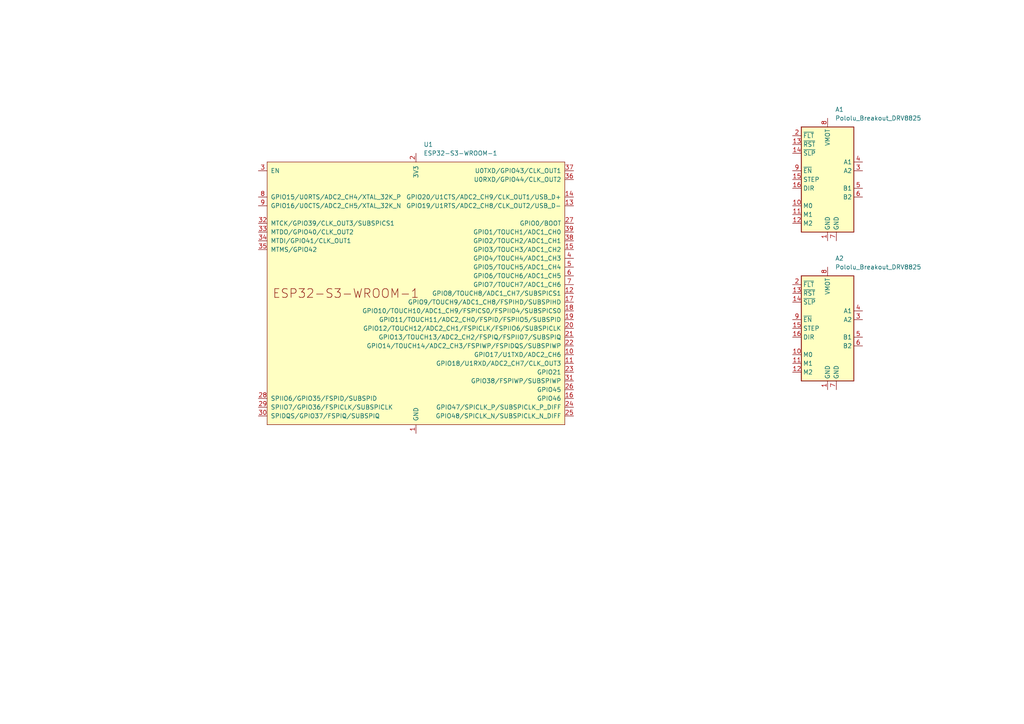
<source format=kicad_sch>
(kicad_sch (version 20230121) (generator eeschema)
  (paper "A4")
  (lib_symbols
    (symbol "Driver_Motor:Pololu_Breakout_DRV8825"
      (property "Reference" "A" (at -2.54 16.51 0))
      (property "Value" "Pololu_Breakout_DRV8825" (at -2.54 13.97 0))
      (symbol "Pololu_Breakout_DRV8825_0_1"
        (rectangle (start 7.62 -17.78) (end -7.62 12.7) (stroke (width 0.254)) (fill (type background)))
      )
      (symbol "Pololu_Breakout_DRV8825_1_1"
        (pin power_in line (at 0 -20.32 90) (length 2.54) (name "GND") (number "1"))
        (pin input line (at -10.16 -10.16 0) (length 2.54) (name "M0") (number "10"))
        (pin input line (at -10.16 -12.7 0) (length 2.54) (name "M1") (number "11"))
        (pin input line (at -10.16 -15.24 0) (length 2.54) (name "M2") (number "12"))
        (pin input line (at -10.16 7.62 0) (length 2.54) (name "~{RST}") (number "13"))
        (pin input line (at -10.16 5.08 0) (length 2.54) (name "~{SLP}") (number "14"))
        (pin input line (at -10.16 -2.54 0) (length 2.54) (name "STEP") (number "15"))
        (pin input line (at -10.16 -5.08 0) (length 2.54) (name "DIR") (number "16"))
        (pin output line (at -10.16 10.16 0) (length 2.54) (name "~{FLT}") (number "2"))
        (pin output line (at 10.16 0 180) (length 2.54) (name "A2") (number "3"))
        (pin output line (at 10.16 2.54 180) (length 2.54) (name "A1") (number "4"))
        (pin output line (at 10.16 -5.08 180) (length 2.54) (name "B1") (number "5"))
        (pin output line (at 10.16 -7.62 180) (length 2.54) (name "B2") (number "6"))
        (pin power_in line (at 2.54 -20.32 90) (length 2.54) (name "GND") (number "7"))
        (pin power_in line (at 0 15.24 270) (length 2.54) (name "VMOT") (number "8"))
        (pin input line (at -10.16 0 0) (length 2.54) (name "~{EN}") (number "9"))
      )
    )
    (symbol "PCM_Espressif:ESP32-S3-WROOM-1" (pin_names (offset 1.016))
      (property "Reference" "U" (at -43.18 43.18 0))
      (property "Value" "ESP32-S3-WROOM-1" (at -43.18 40.64 0))
      (symbol "ESP32-S3-WROOM-1_0_0"
        (text "ESP32-S3-WROOM-1" (at -20.32 0 0) (effects (font (size 2.54 2.54))))
        (pin power_in line (at 0 -40.64 90) (length 2.54) (name "GND") (number "1"))
        (pin bidirectional line (at 45.72 -17.78 180) (length 2.54) (name "GPIO17/U1TXD/ADC2_CH6") (number "10"))
        (pin bidirectional line (at 45.72 -20.32 180) (length 2.54) (name "GPIO18/U1RXD/ADC2_CH7/CLK_OUT3") (number "11"))
        (pin bidirectional line (at 45.72 0 180) (length 2.54) (name "GPIO8/TOUCH8/ADC1_CH7/SUBSPICS1") (number "12"))
        (pin bidirectional line (at 45.72 25.4 180) (length 2.54) (name "GPIO19/U1RTS/ADC2_CH8/CLK_OUT2/USB_D-") (number "13"))
        (pin bidirectional line (at 45.72 27.94 180) (length 2.54) (name "GPIO20/U1CTS/ADC2_CH9/CLK_OUT1/USB_D+") (number "14"))
        (pin bidirectional line (at 45.72 12.7 180) (length 2.54) (name "GPIO3/TOUCH3/ADC1_CH2") (number "15"))
        (pin bidirectional line (at 45.72 -30.48 180) (length 2.54) (name "GPIO46") (number "16"))
        (pin bidirectional line (at 45.72 -2.54 180) (length 2.54) (name "GPIO9/TOUCH9/ADC1_CH8/FSPIHD/SUBSPIHD") (number "17"))
        (pin bidirectional line (at 45.72 -5.08 180) (length 2.54) (name "GPIO10/TOUCH10/ADC1_CH9/FSPICS0/FSPIIO4/SUBSPICS0") (number "18"))
        (pin bidirectional line (at 45.72 -7.62 180) (length 2.54) (name "GPIO11/TOUCH11/ADC2_CH0/FSPID/FSPIIO5/SUBSPID") (number "19"))
        (pin power_in line (at 0 40.64 270) (length 2.54) (name "3V3") (number "2"))
        (pin bidirectional line (at 45.72 -10.16 180) (length 2.54) (name "GPIO12/TOUCH12/ADC2_CH1/FSPICLK/FSPIIO6/SUBSPICLK") (number "20"))
        (pin bidirectional line (at 45.72 -12.7 180) (length 2.54) (name "GPIO13/TOUCH13/ADC2_CH2/FSPIQ/FSPIIO7/SUBSPIQ") (number "21"))
        (pin bidirectional line (at 45.72 -15.24 180) (length 2.54) (name "GPIO14/TOUCH14/ADC2_CH3/FSPIWP/FSPIDQS/SUBSPIWP") (number "22"))
        (pin bidirectional line (at 45.72 -22.86 180) (length 2.54) (name "GPIO21") (number "23"))
        (pin bidirectional line (at 45.72 -33.02 180) (length 2.54) (name "GPIO47/SPICLK_P/SUBSPICLK_P_DIFF") (number "24"))
        (pin bidirectional line (at 45.72 -35.56 180) (length 2.54) (name "GPIO48/SPICLK_N/SUBSPICLK_N_DIFF") (number "25"))
        (pin bidirectional line (at 45.72 -27.94 180) (length 2.54) (name "GPIO45") (number "26"))
        (pin bidirectional line (at 45.72 20.32 180) (length 2.54) (name "GPIO0/BOOT") (number "27"))
        (pin bidirectional line (at -45.72 -30.48 0) (length 2.54) (name "SPIIO6/GPIO35/FSPID/SUBSPID") (number "28"))
        (pin bidirectional line (at -45.72 -33.02 0) (length 2.54) (name "SPIIO7/GPIO36/FSPICLK/SUBSPICLK") (number "29"))
        (pin input line (at -45.72 35.56 0) (length 2.54) (name "EN") (number "3"))
        (pin bidirectional line (at -45.72 -35.56 0) (length 2.54) (name "SPIDQS/GPIO37/FSPIQ/SUBSPIQ") (number "30"))
        (pin bidirectional line (at 45.72 -25.4 180) (length 2.54) (name "GPIO38/FSPIWP/SUBSPIWP") (number "31"))
        (pin bidirectional line (at -45.72 20.32 0) (length 2.54) (name "MTCK/GPIO39/CLK_OUT3/SUBSPICS1") (number "32"))
        (pin bidirectional line (at -45.72 17.78 0) (length 2.54) (name "MTDO/GPIO40/CLK_OUT2") (number "33"))
        (pin bidirectional line (at -45.72 15.24 0) (length 2.54) (name "MTDI/GPIO41/CLK_OUT1") (number "34"))
        (pin bidirectional line (at -45.72 12.7 0) (length 2.54) (name "MTMS/GPIO42") (number "35"))
        (pin bidirectional line (at 45.72 33.02 180) (length 2.54) (name "U0RXD/GPIO44/CLK_OUT2") (number "36"))
        (pin bidirectional line (at 45.72 35.56 180) (length 2.54) (name "U0TXD/GPIO43/CLK_OUT1") (number "37"))
        (pin bidirectional line (at 45.72 15.24 180) (length 2.54) (name "GPIO2/TOUCH2/ADC1_CH1") (number "38"))
        (pin bidirectional line (at 45.72 17.78 180) (length 2.54) (name "GPIO1/TOUCH1/ADC1_CH0") (number "39"))
        (pin bidirectional line (at 45.72 10.16 180) (length 2.54) (name "GPIO4/TOUCH4/ADC1_CH3") (number "4"))
        (pin passive line (at 0 -40.64 90) (length 2.54) hide (name "GND") (number "40"))
        (pin passive line (at 0 -40.64 90) (length 2.54) hide (name "GND") (number "41"))
        (pin bidirectional line (at 45.72 7.62 180) (length 2.54) (name "GPIO5/TOUCH5/ADC1_CH4") (number "5"))
        (pin bidirectional line (at 45.72 5.08 180) (length 2.54) (name "GPIO6/TOUCH6/ADC1_CH5") (number "6"))
        (pin bidirectional line (at 45.72 2.54 180) (length 2.54) (name "GPIO7/TOUCH7/ADC1_CH6") (number "7"))
        (pin bidirectional line (at -45.72 27.94 0) (length 2.54) (name "GPIO15/U0RTS/ADC2_CH4/XTAL_32K_P") (number "8"))
        (pin bidirectional line (at -45.72 25.4 0) (length 2.54) (name "GPIO16/U0CTS/ADC2_CH5/XTAL_32K_N") (number "9"))
      )
      (symbol "ESP32-S3-WROOM-1_0_1"
        (rectangle (start -43.18 38.1) (end 43.18 -38.1) (fill (type background)))
      )
    )
  )
  (symbol (lib_id "Driver_Motor:Pololu_Breakout_DRV8825") (at 240.03 92.71 0) (unit 1)
    (property "Reference" "A2" (at 242.2241 74.93 0) (effects (justify left)))
    (property "Value" "Pololu_Breakout_DRV8825" (at 242.2241 77.47 0) (effects (justify left)))
    (property "Footprint" "Module:Pololu_Breakout-16_15.2x20.3mm" (effects hide))
    (property "Datasheet" "https://www.pololu.com/product/2982" (effects hide))
  )
  (symbol (lib_id "PCM_Espressif:ESP32-S3-WROOM-1") (at 120.65 85.09 0) (unit 1)
    (property "Reference" "U1" (at 122.8441 41.91 0) (effects (justify left)))
    (property "Value" "ESP32-S3-WROOM-1" (at 122.8441 44.45 0) (effects (justify left)))
    (property "Footprint" "PCM_Espressif:ESP32-S3-WROOM-1" (effects hide))
    (property "Datasheet" "https://www.espressif.com/sites/default/files/documentation/esp32-s3-wroom-1_wroom-1u_datasheet_en.pdf" (effects hide))
  )
  (symbol (lib_id "Driver_Motor:Pololu_Breakout_DRV8825") (at 240.03 49.53 0) (unit 1)
    (property "Reference" "A1" (at 242.2241 31.75 0) (effects (justify left)))
    (property "Value" "Pololu_Breakout_DRV8825" (at 242.2241 34.29 0) (effects (justify left)))
    (property "Footprint" "Module:Pololu_Breakout-16_15.2x20.3mm" (effects hide))
    (property "Datasheet" "https://www.pololu.com/product/2982" (effects hide))
  )
)
</source>
